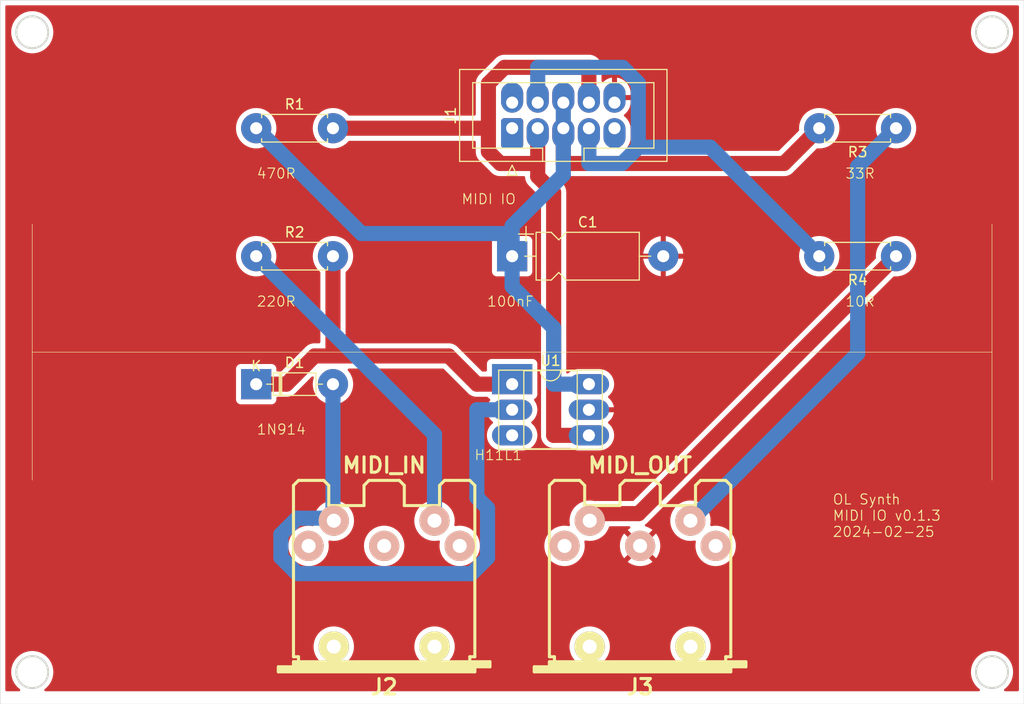
<source format=kicad_pcb>
(kicad_pcb (version 20221018) (generator pcbnew)
  (layers (0 "F.Cu" signal) (31 "B.Cu" signal) (34 "B.Paste" user) (35 "F.Paste" user) (36 "B.SilkS" user "B.Silkscreen") (37 "F.SilkS" user "F.Silkscreen") (38 "B.Mask" user) (39 "F.Mask" user) (44 "Edge.Cuts" user))
  (net 0 "")
  (net 1 "+3.3V")
  (net 2 "GND")
  (net 3 "Net-(D1-K)")
  (net 4 "Net-(D1-A)")
  (net 6 "Net-(J1-Pin_3)")
  (net 9 "Net-(J2-Pad4)")
  (net 13 "Net-(J3-Pad4)")
  (net 15 "Net-(J1-Pin_4)")
  (net 16 "Net-(J3-Pad5)")
  (footprint "Connector_IDC:IDC-Header_2x05_P2.54mm_Vertical" (layer "F.Cu") (at 50.8 12.7 90)
    (fp_text reference "J1" (at 1.27 -6.1 90) (layer "F.SilkS"))
    (fp_text value "MIDI_IO_HEADER")
    (fp_line (start -4.68 -0.5) (end -4.68 0.5) (stroke (width 0.12)) (layer "F.SilkS"))
    (fp_line (start -4.68 0.5) (end -3.68 0) (stroke (width 0.12)) (layer "F.SilkS"))
    (fp_line (start -3.68 0) (end -4.68 -0.5) (stroke (width 0.12)) (layer "F.SilkS"))
    (fp_line (start -3.29 -5.21) (end 5.83 -5.21) (stroke (width 0.12)) (layer "F.SilkS"))
    (fp_line (start -3.29 3.03) (end -1.98 3.03) (stroke (width 0.12)) (layer "F.SilkS"))
    (fp_line (start -3.29 15.37) (end -3.29 -5.21) (stroke (width 0.12)) (layer "F.SilkS"))
    (fp_line (start -1.98 -3.91) (end 4.52 -3.91) (stroke (width 0.12)) (layer "F.SilkS"))
    (fp_line (start -1.98 3.03) (end -1.98 -3.91) (stroke (width 0.12)) (layer "F.SilkS"))
    (fp_line (start -1.98 7.13) (end -3.29 7.13) (stroke (width 0.12)) (layer "F.SilkS"))
    (fp_line (start -1.98 7.13) (end -1.98 7.13) (stroke (width 0.12)) (layer "F.SilkS"))
    (fp_line (start -1.98 14.07) (end -1.98 7.13) (stroke (width 0.12)) (layer "F.SilkS"))
    (fp_line (start 4.52 -3.91) (end 4.52 14.07) (stroke (width 0.12)) (layer "F.SilkS"))
    (fp_line (start 4.52 14.07) (end -1.98 14.07) (stroke (width 0.12)) (layer "F.SilkS"))
    (fp_line (start 5.83 -5.21) (end 5.83 15.37) (stroke (width 0.12)) (layer "F.SilkS"))
    (fp_line (start 5.83 15.37) (end -3.29 15.37) (stroke (width 0.12)) (layer "F.SilkS"))
    (pad "1" thru_hole roundrect (at 0 0 90) (size 3 2.2) (drill 1.2 (offset -0.5 0)) (layers "*.Cu" "*.Mask") (roundrect_rratio 0.1470586364) (net 2 "GND"))
    (pad "2" thru_hole oval (at 2.54 0 90) (size 3 2.2) (drill 1.2 (offset 0.5 0)) (layers "*.Cu" "*.Mask"))
    (pad "3" thru_hole oval (at 0 2.54 90) (size 3 2.2) (drill 1.2 (offset -0.5 0)) (layers "*.Cu" "*.Mask") (net 6 "Net-(J1-Pin_3)"))
    (pad "4" thru_hole oval (at 2.54 2.54 90) (size 3 2.2) (drill 1.2 (offset 0.5 0)) (layers "*.Cu" "*.Mask") (net 15 "Net-(J1-Pin_4)"))
    (pad "5" thru_hole oval (at 0 5.08 90) (size 3 2.2) (drill 1.2 (offset -0.5 0)) (layers "*.Cu" "*.Mask") (net 1 "+3.3V"))
    (pad "6" thru_hole oval (at 2.54 5.08 90) (size 3 2.2) (drill 1.2 (offset 0.5 0)) (layers "*.Cu" "*.Mask") (net 1 "+3.3V"))
    (pad "7" thru_hole oval (at 0 7.62 90) (size 3 2.2) (drill 1.2 (offset -0.5 0)) (layers "*.Cu" "*.Mask") (net 15 "Net-(J1-Pin_4)"))
    (pad "8" thru_hole oval (at 2.54 7.62 90) (size 3 2.2) (drill 1.2 (offset 0.5 0)) (layers "*.Cu" "*.Mask") (net 6 "Net-(J1-Pin_3)"))
    (pad "9" thru_hole oval (at 0 10.16 90) (size 3 2.2) (drill 1.2 (offset -0.5 0)) (layers "*.Cu" "*.Mask"))
    (pad "10" thru_hole oval (at 2.54 10.16 90) (size 3 2.2) (drill 1.2 (offset 0.5 0)) (layers "*.Cu" "*.Mask") (net 2 "GND"))
  )
  (footprint "OL Library:MIDI_DIN5" (layer "F.Cu") (at 38.1 57.15)
    (fp_text reference "J2" (at 0 11.00074) (layer "F.SilkS") (effects (font (size 1.524 1.524) (thickness 0.3048))))
    (fp_text value "MIDI_IN" (at 0 -11.00074) (layer "F.SilkS") (effects (font (size 1.524 1.524) (thickness 0.3048))))
    (fp_line (start -10.50036 8.99922) (end -8.99922 8.99922) (stroke (width 0.3048)) (layer "F.SilkS"))
    (fp_line (start -10.50036 9.25068) (end 8.99922 9.25068) (stroke (width 0.3048)) (layer "F.SilkS"))
    (fp_line (start -10.50036 9.4996) (end -10.50036 8.99922) (stroke (width 0.3048)) (layer "F.SilkS"))
    (fp_line (start -8.99922 -8.99922) (end -8.99922 8.001) (stroke (width 0.3048)) (layer "F.SilkS"))
    (fp_line (start -8.99922 -8.99922) (end -8.49884 -9.4996) (stroke (width 0.3048)) (layer "F.SilkS"))
    (fp_line (start -8.99922 8.001) (end -8.49884 8.001) (stroke (width 0.3048)) (layer "F.SilkS"))
    (fp_line (start -8.99922 8.49884) (end 10.50036 8.49884) (stroke (width 0.3048)) (layer "F.SilkS"))
    (fp_line (start -8.99922 8.7503) (end 10.50036 8.7503) (stroke (width 0.3048)) (layer "F.SilkS"))
    (fp_line (start -8.99922 8.99922) (end -8.99922 8.49884) (stroke (width 0.3048)) (layer "F.SilkS"))
    (fp_line (start -8.49884 -9.4996) (end -5.99948 -9.4996) (stroke (width 0.3048)) (layer "F.SilkS"))
    (fp_line (start -8.49884 8.001) (end -8.49884 8.49884) (stroke (width 0.3048)) (layer "F.SilkS"))
    (fp_line (start -5.99948 -9.4996) (end -5.4991 -8.99922) (stroke (width 0.3048)) (layer "F.SilkS"))
    (fp_line (start -5.4991 -8.99922) (end -5.4991 -7.00024) (stroke (width 0.3048)) (layer "F.SilkS"))
    (fp_line (start -5.4991 -7.00024) (end -1.99898 -7.00024) (stroke (width 0.3048)) (layer "F.SilkS"))
    (fp_line (start -1.99898 -8.99922) (end -1.99898 -7.00024) (stroke (width 0.3048)) (layer "F.SilkS"))
    (fp_line (start -1.50114 -9.4996) (end -1.99898 -8.99922) (stroke (width 0.3048)) (layer "F.SilkS"))
    (fp_line (start -1.50114 -9.4996) (end 1.50114 -9.4996) (stroke (width 0.3048)) (layer "F.SilkS"))
    (fp_line (start 1.50114 -9.4996) (end 1.99898 -8.99922) (stroke (width 0.3048)) (layer "F.SilkS"))
    (fp_line (start 1.99898 -8.99922) (end 1.99898 -7.00024) (stroke (width 0.3048)) (layer "F.SilkS"))
    (fp_line (start 5.4991 -8.99922) (end 5.4991 -7.00024) (stroke (width 0.3048)) (layer "F.SilkS"))
    (fp_line (start 5.4991 -7.00024) (end 1.99898 -7.00024) (stroke (width 0.3048)) (layer "F.SilkS"))
    (fp_line (start 5.99948 -9.4996) (end 5.4991 -8.99922) (stroke (width 0.3048)) (layer "F.SilkS"))
    (fp_line (start 6.49986 -9.4996) (end 5.99948 -9.4996) (stroke (width 0.3048)) (layer "F.SilkS"))
    (fp_line (start 8.49884 -9.4996) (end 6.49986 -9.4996) (stroke (width 0.3048)) (layer "F.SilkS"))
    (fp_line (start 8.49884 8.49884) (end 8.49884 8.001) (stroke (width 0.3048)) (layer "F.SilkS"))
    (fp_line (start 8.99922 -8.99922) (end 8.49884 -9.4996) (stroke (width 0.3048)) (layer "F.SilkS"))
    (fp_line (start 8.99922 -8.99922) (end 8.99922 8.001) (stroke (width 0.3048)) (layer "F.SilkS"))
    (fp_line (start 8.99922 8.001) (end 8.49884 8.001) (stroke (width 0.3048)) (layer "F.SilkS"))
    (fp_line (start 8.99922 8.99922) (end -8.99922 8.99922) (stroke (width 0.3048)) (layer "F.SilkS"))
    (fp_line (start 8.99922 8.99922) (end 8.99922 9.4996) (stroke (width 0.3048)) (layer "F.SilkS"))
    (fp_line (start 8.99922 9.4996) (end -10.50036 9.4996) (stroke (width 0.3048)) (layer "F.SilkS"))
    (fp_line (start 10.50036 8.49884) (end 10.50036 8.99922) (stroke (width 0.3048)) (layer "F.SilkS"))
    (fp_line (start 10.50036 8.99922) (end 8.99922 8.99922) (stroke (width 0.3048)) (layer "F.SilkS"))
    (pad "" np_thru_hole circle (at -5.00126 6.9977) (size 3 3) (drill 1.397) (layers "F&B.Cu" "*.Mask" "F.SilkS"))
    (pad "" np_thru_hole circle (at 5.00126 6.9977) (size 3 3) (drill 1.397) (layers "F&B.Cu" "*.Mask" "F.SilkS"))
    (pad "1" thru_hole circle (at 7.49808 -2.9972) (size 3 3) (drill 1.397) (layers "*.Cu" "*.SilkS" "*.Mask"))
    (pad "2" thru_hole circle (at 0 -2.99974) (size 3 3) (drill 1.397) (layers "*.Cu" "*.SilkS" "*.Mask"))
    (pad "3" thru_hole circle (at -7.49808 -2.9972) (size 3 3) (drill 1.397) (layers "*.Cu" "*.SilkS" "*.Mask"))
    (pad "4" thru_hole circle (at 4.99618 -5.4991) (size 3 3) (drill 1.397) (layers "*.Cu" "*.SilkS" "*.Mask") (net 9 "Net-(J2-Pad4)"))
    (pad "5" thru_hole circle (at -4.99618 -5.4991) (size 3 3) (drill 1.397) (layers "*.Cu" "*.SilkS" "*.Mask") (net 4 "Net-(D1-A)"))
  )
  (footprint "OL Library:MIDI_DIN5" (layer "F.Cu") (at 63.5 57.15)
    (fp_text reference "J3" (at 0 11.00074) (layer "F.SilkS") (effects (font (size 1.524 1.524) (thickness 0.3048))))
    (fp_text value "MIDI_OUT" (at 0 -11.00074) (layer "F.SilkS") (effects (font (size 1.524 1.524) (thickness 0.3048))))
    (fp_line (start -10.50036 8.99922) (end -8.99922 8.99922) (stroke (width 0.3048)) (layer "F.SilkS"))
    (fp_line (start -10.50036 9.25068) (end 8.99922 9.25068) (stroke (width 0.3048)) (layer "F.SilkS"))
    (fp_line (start -10.50036 9.4996) (end -10.50036 8.99922) (stroke (width 0.3048)) (layer "F.SilkS"))
    (fp_line (start -8.99922 -8.99922) (end -8.99922 8.001) (stroke (width 0.3048)) (layer "F.SilkS"))
    (fp_line (start -8.99922 -8.99922) (end -8.49884 -9.4996) (stroke (width 0.3048)) (layer "F.SilkS"))
    (fp_line (start -8.99922 8.001) (end -8.49884 8.001) (stroke (width 0.3048)) (layer "F.SilkS"))
    (fp_line (start -8.99922 8.49884) (end 10.50036 8.49884) (stroke (width 0.3048)) (layer "F.SilkS"))
    (fp_line (start -8.99922 8.7503) (end 10.50036 8.7503) (stroke (width 0.3048)) (layer "F.SilkS"))
    (fp_line (start -8.99922 8.99922) (end -8.99922 8.49884) (stroke (width 0.3048)) (layer "F.SilkS"))
    (fp_line (start -8.49884 -9.4996) (end -5.99948 -9.4996) (stroke (width 0.3048)) (layer "F.SilkS"))
    (fp_line (start -8.49884 8.001) (end -8.49884 8.49884) (stroke (width 0.3048)) (layer "F.SilkS"))
    (fp_line (start -5.99948 -9.4996) (end -5.4991 -8.99922) (stroke (width 0.3048)) (layer "F.SilkS"))
    (fp_line (start -5.4991 -8.99922) (end -5.4991 -7.00024) (stroke (width 0.3048)) (layer "F.SilkS"))
    (fp_line (start -5.4991 -7.00024) (end -1.99898 -7.00024) (stroke (width 0.3048)) (layer "F.SilkS"))
    (fp_line (start -1.99898 -8.99922) (end -1.99898 -7.00024) (stroke (width 0.3048)) (layer "F.SilkS"))
    (fp_line (start -1.50114 -9.4996) (end -1.99898 -8.99922) (stroke (width 0.3048)) (layer "F.SilkS"))
    (fp_line (start -1.50114 -9.4996) (end 1.50114 -9.4996) (stroke (width 0.3048)) (layer "F.SilkS"))
    (fp_line (start 1.50114 -9.4996) (end 1.99898 -8.99922) (stroke (width 0.3048)) (layer "F.SilkS"))
    (fp_line (start 1.99898 -8.99922) (end 1.99898 -7.00024) (stroke (width 0.3048)) (layer "F.SilkS"))
    (fp_line (start 5.4991 -8.99922) (end 5.4991 -7.00024) (stroke (width 0.3048)) (layer "F.SilkS"))
    (fp_line (start 5.4991 -7.00024) (end 1.99898 -7.00024) (stroke (width 0.3048)) (layer "F.SilkS"))
    (fp_line (start 5.99948 -9.4996) (end 5.4991 -8.99922) (stroke (width 0.3048)) (layer "F.SilkS"))
    (fp_line (start 6.49986 -9.4996) (end 5.99948 -9.4996) (stroke (width 0.3048)) (layer "F.SilkS"))
    (fp_line (start 8.49884 -9.4996) (end 6.49986 -9.4996) (stroke (width 0.3048)) (layer "F.SilkS"))
    (fp_line (start 8.49884 8.49884) (end 8.49884 8.001) (stroke (width 0.3048)) (layer "F.SilkS"))
    (fp_line (start 8.99922 -8.99922) (end 8.49884 -9.4996) (stroke (width 0.3048)) (layer "F.SilkS"))
    (fp_line (start 8.99922 -8.99922) (end 8.99922 8.001) (stroke (width 0.3048)) (layer "F.SilkS"))
    (fp_line (start 8.99922 8.001) (end 8.49884 8.001) (stroke (width 0.3048)) (layer "F.SilkS"))
    (fp_line (start 8.99922 8.99922) (end -8.99922 8.99922) (stroke (width 0.3048)) (layer "F.SilkS"))
    (fp_line (start 8.99922 8.99922) (end 8.99922 9.4996) (stroke (width 0.3048)) (layer "F.SilkS"))
    (fp_line (start 8.99922 9.4996) (end -10.50036 9.4996) (stroke (width 0.3048)) (layer "F.SilkS"))
    (fp_line (start 10.50036 8.49884) (end 10.50036 8.99922) (stroke (width 0.3048)) (layer "F.SilkS"))
    (fp_line (start 10.50036 8.99922) (end 8.99922 8.99922) (stroke (width 0.3048)) (layer "F.SilkS"))
    (pad "" np_thru_hole circle (at -5.00126 6.9977) (size 3 3) (drill 1.397) (layers "F&B.Cu" "*.Mask" "F.SilkS"))
    (pad "" np_thru_hole circle (at 5.00126 6.9977) (size 3 3) (drill 1.397) (layers "F&B.Cu" "*.Mask" "F.SilkS"))
    (pad "1" thru_hole circle (at 7.49808 -2.9972) (size 3 3) (drill 1.397) (layers "*.Cu" "*.SilkS" "*.Mask"))
    (pad "2" thru_hole circle (at 0 -2.99974) (size 3 3) (drill 1.397) (layers "*.Cu" "*.SilkS" "*.Mask") (net 2 "GND"))
    (pad "3" thru_hole circle (at -7.49808 -2.9972) (size 3 3) (drill 1.397) (layers "*.Cu" "*.SilkS" "*.Mask"))
    (pad "4" thru_hole circle (at 4.99618 -5.4991) (size 3 3) (drill 1.397) (layers "*.Cu" "*.SilkS" "*.Mask") (net 13 "Net-(J3-Pad4)"))
    (pad "5" thru_hole circle (at -4.99618 -5.4991) (size 3 3) (drill 1.397) (layers "*.Cu" "*.SilkS" "*.Mask") (net 16 "Net-(J3-Pad5)"))
  )
  (footprint "OL Library:DIP-6_W7.62mm_Socket" (layer "F.Cu") (at 50.8 38.1)
    (fp_text reference "U1" (at 3.81 -2.33) (layer "F.SilkS"))
    (fp_text value "H11L1")
    (fp_line (start -1.33 -1.39) (end -1.33 6.47) (stroke (width 0.12)) (layer "F.SilkS"))
    (fp_line (start -1.33 6.47) (end 8.95 6.47) (stroke (width 0.12)) (layer "F.SilkS"))
    (fp_line (start 1.16 -1.33) (end 1.16 6.41) (stroke (width 0.12)) (layer "F.SilkS"))
    (fp_line (start 1.16 6.41) (end 6.46 6.41) (stroke (width 0.12)) (layer "F.SilkS"))
    (fp_line (start 2.81 -1.33) (end 1.16 -1.33) (stroke (width 0.12)) (layer "F.SilkS"))
    (fp_line (start 6.46 -1.33) (end 4.81 -1.33) (stroke (width 0.12)) (layer "F.SilkS"))
    (fp_line (start 6.46 6.41) (end 6.46 -1.33) (stroke (width 0.12)) (layer "F.SilkS"))
    (fp_line (start 8.95 -1.39) (end -1.33 -1.39) (stroke (width 0.12)) (layer "F.SilkS"))
    (fp_line (start 8.95 6.47) (end 8.95 -1.39) (stroke (width 0.12)) (layer "F.SilkS"))
    (fp_arc (start 4.81 -1.33) (mid 3.81 -0.33) (end 2.81 -1.33) (stroke (width 0.12)) (layer "F.SilkS"))
    (pad "1" thru_hole rect (at 0 0) (size 4 3) (drill 1.2 (offset 0 -0.5)) (layers "*.Cu" "*.Mask") (net 3 "Net-(D1-K)"))
    (pad "2" thru_hole oval (at 0 2.54) (size 4 2) (drill 1.2) (layers "*.Cu" "*.Mask") (net 4 "Net-(D1-A)"))
    (pad "3" thru_hole oval (at 0 5.08) (size 4 2) (drill 1.2) (layers "*.Cu" "*.Mask"))
    (pad "4" thru_hole oval (at 7.62 5.08) (size 4 2) (drill 1.2) (layers "*.Cu" "*.Mask") (net 6 "Net-(J1-Pin_3)"))
    (pad "5" thru_hole oval (at 7.62 2.54) (size 4 2) (drill 1.2) (layers "*.Cu" "*.Mask") (net 2 "GND"))
    (pad "6" thru_hole oval (at 7.62 0) (size 4 2) (drill 1.2) (layers "*.Cu" "*.Mask") (net 1 "+3.3V"))
  )
  (footprint "OL Library:R_Axial_DIN0207_L6.3mm_D2.5mm_P7.62mm_Horizontal" (layer "F.Cu") (at 25.4 12.7)
    (fp_text reference "R1" (at 3.81 -2.37) (layer "F.SilkS"))
    (fp_text value "470R")
    (fp_line (start 0.54 -1.37) (end 7.08 -1.37) (stroke (width 0.12)) (layer "F.SilkS"))
    (fp_line (start 0.54 -1.04) (end 0.54 -1.37) (stroke (width 0.12)) (layer "F.SilkS"))
    (fp_line (start 0.54 1.04) (end 0.54 1.37) (stroke (width 0.12)) (layer "F.SilkS"))
    (fp_line (start 0.54 1.37) (end 7.08 1.37) (stroke (width 0.12)) (layer "F.SilkS"))
    (fp_line (start 7.08 -1.37) (end 7.08 -1.04) (stroke (width 0.12)) (layer "F.SilkS"))
    (fp_line (start 7.08 1.37) (end 7.08 1.04) (stroke (width 0.12)) (layer "F.SilkS"))
    (pad "1" thru_hole circle (at 0 0) (size 3 3) (drill 1.2) (layers "*.Cu" "*.Mask") (net 1 "+3.3V"))
    (pad "2" thru_hole circle (at 7.62 0) (size 3 3) (drill 1.2) (layers "*.Cu" "*.Mask") (net 6 "Net-(J1-Pin_3)"))
  )
  (footprint "OL Library:OL-D_DO-35_SOD27_P7.62mm_Horizontal" (layer "F.Cu") (at 25.4 38.1)
    (fp_text reference "D1" (at 3.81 -2.12) (layer "F.SilkS"))
    (fp_text value "1N914")
    (fp_text user "K" (at 0 -1.8) (layer "F.SilkS"))
    (fp_line (start 1.04 0) (end 1.69 0) (stroke (width 0.12)) (layer "F.SilkS"))
    (fp_line (start 1.69 -1.12) (end 1.69 1.12) (stroke (width 0.12)) (layer "F.SilkS"))
    (fp_line (start 1.69 1.12) (end 5.93 1.12) (stroke (width 0.12)) (layer "F.SilkS"))
    (fp_line (start 2.29 -1.12) (end 2.29 1.12) (stroke (width 0.12)) (layer "F.SilkS"))
    (fp_line (start 2.41 -1.12) (end 2.41 1.12) (stroke (width 0.12)) (layer "F.SilkS"))
    (fp_line (start 2.53 -1.12) (end 2.53 1.12) (stroke (width 0.12)) (layer "F.SilkS"))
    (fp_line (start 5.93 -1.12) (end 1.69 -1.12) (stroke (width 0.12)) (layer "F.SilkS"))
    (fp_line (start 5.93 1.12) (end 5.93 -1.12) (stroke (width 0.12)) (layer "F.SilkS"))
    (fp_line (start 6.58 0) (end 5.93 0) (stroke (width 0.12)) (layer "F.SilkS"))
    (pad "1" thru_hole rect (at 0 0) (size 3 3) (drill 1.2) (layers "*.Cu" "*.Mask") (net 3 "Net-(D1-K)"))
    (pad "2" thru_hole oval (at 7.62 0) (size 3 3) (drill 1.2) (layers "*.Cu" "*.Mask") (net 4 "Net-(D1-A)"))
  )
  (footprint "OL Library:R_Axial_DIN0207_L6.3mm_D2.5mm_P7.62mm_Horizontal" (layer "F.Cu") (at 88.9 12.7 180)
    (fp_text reference "R3" (at 3.81 -2.37 180) (layer "F.SilkS"))
    (fp_text value "33R")
    (fp_line (start 0.54 -1.37) (end 7.08 -1.37) (stroke (width 0.12)) (layer "F.SilkS"))
    (fp_line (start 0.54 -1.04) (end 0.54 -1.37) (stroke (width 0.12)) (layer "F.SilkS"))
    (fp_line (start 0.54 1.04) (end 0.54 1.37) (stroke (width 0.12)) (layer "F.SilkS"))
    (fp_line (start 0.54 1.37) (end 7.08 1.37) (stroke (width 0.12)) (layer "F.SilkS"))
    (fp_line (start 7.08 -1.37) (end 7.08 -1.04) (stroke (width 0.12)) (layer "F.SilkS"))
    (fp_line (start 7.08 1.37) (end 7.08 1.04) (stroke (width 0.12)) (layer "F.SilkS"))
    (pad "1" thru_hole circle (at 0 0 180) (size 3 3) (drill 1.2) (layers "*.Cu" "*.Mask") (net 13 "Net-(J3-Pad4)"))
    (pad "2" thru_hole circle (at 7.62 0 180) (size 3 3) (drill 1.2) (layers "*.Cu" "*.Mask") (net 1 "+3.3V"))
  )
  (footprint "OL Library:R_Axial_DIN0207_L6.3mm_D2.5mm_P7.62mm_Horizontal" (layer "F.Cu") (at 25.4 25.4)
    (fp_text reference "R2" (at 3.81 -2.37) (layer "F.SilkS"))
    (fp_text value "220R")
    (fp_line (start 0.54 -1.37) (end 7.08 -1.37) (stroke (width 0.12)) (layer "F.SilkS"))
    (fp_line (start 0.54 -1.04) (end 0.54 -1.37) (stroke (width 0.12)) (layer "F.SilkS"))
    (fp_line (start 0.54 1.04) (end 0.54 1.37) (stroke (width 0.12)) (layer "F.SilkS"))
    (fp_line (start 0.54 1.37) (end 7.08 1.37) (stroke (width 0.12)) (layer "F.SilkS"))
    (fp_line (start 7.08 -1.37) (end 7.08 -1.04) (stroke (width 0.12)) (layer "F.SilkS"))
    (fp_line (start 7.08 1.37) (end 7.08 1.04) (stroke (width 0.12)) (layer "F.SilkS"))
    (pad "1" thru_hole circle (at 0 0) (size 3 3) (drill 1.2) (layers "*.Cu" "*.Mask") (net 9 "Net-(J2-Pad4)"))
    (pad "2" thru_hole circle (at 7.62 0) (size 3 3) (drill 1.2) (layers "*.Cu" "*.Mask") (net 3 "Net-(D1-K)"))
  )
  (footprint "OL Library:R_Axial_DIN0207_L6.3mm_D2.5mm_P7.62mm_Horizontal" (layer "F.Cu") (at 88.9 25.4 180)
    (fp_text reference "R4" (at 3.81 -2.37 180) (layer "F.SilkS"))
    (fp_text value "10R")
    (fp_line (start 0.54 -1.37) (end 7.08 -1.37) (stroke (width 0.12)) (layer "F.SilkS"))
    (fp_line (start 0.54 -1.04) (end 0.54 -1.37) (stroke (width 0.12)) (layer "F.SilkS"))
    (fp_line (start 0.54 1.04) (end 0.54 1.37) (stroke (width 0.12)) (layer "F.SilkS"))
    (fp_line (start 0.54 1.37) (end 7.08 1.37) (stroke (width 0.12)) (layer "F.SilkS"))
    (fp_line (start 7.08 -1.37) (end 7.08 -1.04) (stroke (width 0.12)) (layer "F.SilkS"))
    (fp_line (start 7.08 1.37) (end 7.08 1.04) (stroke (width 0.12)) (layer "F.SilkS"))
    (pad "1" thru_hole circle (at 0 0 180) (size 3 3) (drill 1.2) (layers "*.Cu" "*.Mask") (net 16 "Net-(J3-Pad5)"))
    (pad "2" thru_hole circle (at 7.62 0 180) (size 3 3) (drill 1.2) (layers "*.Cu" "*.Mask") (net 15 "Net-(J1-Pin_4)"))
  )
  (footprint "OL Library:OL CP_Axial_L10.0mm_D4.5mm_P15.00mm_Horizontal" (layer "F.Cu") (at 50.8 25.4)
    (fp_text reference "C1" (at 7.5 -3.37) (layer "F.SilkS"))
    (fp_text value "100nF")
    (fp_line (start 0.63 -2.2) (end 2.13 -2.2) (stroke (width 0.12)) (layer "F.SilkS"))
    (fp_line (start 1.24 0) (end 2.38 0) (stroke (width 0.12)) (layer "F.SilkS"))
    (fp_line (start 1.38 -2.95) (end 1.38 -1.45) (stroke (width 0.12)) (layer "F.SilkS"))
    (fp_line (start 2.38 -2.37) (end 2.38 2.37) (stroke (width 0.12)) (layer "F.SilkS"))
    (fp_line (start 2.38 -2.37) (end 3.88 -2.37) (stroke (width 0.12)) (layer "F.SilkS"))
    (fp_line (start 2.38 2.37) (end 3.88 2.37) (stroke (width 0.12)) (layer "F.SilkS"))
    (fp_line (start 3.88 -2.37) (end 4.63 -1.62) (stroke (width 0.12)) (layer "F.SilkS"))
    (fp_line (start 3.88 2.37) (end 4.63 1.62) (stroke (width 0.12)) (layer "F.SilkS"))
    (fp_line (start 4.63 -1.62) (end 5.38 -2.37) (stroke (width 0.12)) (layer "F.SilkS"))
    (fp_line (start 4.63 1.62) (end 5.38 2.37) (stroke (width 0.12)) (layer "F.SilkS"))
    (fp_line (start 5.38 -2.37) (end 12.62 -2.37) (stroke (width 0.12)) (layer "F.SilkS"))
    (fp_line (start 5.38 2.37) (end 12.62 2.37) (stroke (width 0.12)) (layer "F.SilkS"))
    (fp_line (start 12.62 -2.37) (end 12.62 2.37) (stroke (width 0.12)) (layer "F.SilkS"))
    (fp_line (start 13.76 0) (end 12.62 0) (stroke (width 0.12)) (layer "F.SilkS"))
    (pad "1" thru_hole rect (at 0 0) (size 3 3) (drill 1.2) (layers "*.Cu" "*.Mask") (net 1 "+3.3V"))
    (pad "2" thru_hole oval (at 15 0) (size 3 3) (drill 1.2) (layers "*.Cu" "*.Mask") (net 2 "GND"))
  )
  (gr_line (start 3.175 22.225) (end 3.175 47.625) (stroke (width 0.05)) (layer "F.SilkS"))
  (gr_line (start 3.175 34.925) (end 98.425 34.925) (stroke (width 0.05)) (layer "F.SilkS"))
  (gr_line (start 98.425 22.225) (end 98.425 47.625) (stroke (width 0.05)) (layer "F.SilkS"))
  (gr_circle (center 98.425 3.175) (end 100.0125 3.175) (stroke (width 0.2)) (fill none) (layer "Edge.Cuts"))
  (gr_circle (center 98.425 66.675) (end 100.0125 66.675) (stroke (width 0.2)) (fill none) (layer "Edge.Cuts"))
  (gr_circle (center 3.175 66.675) (end 4.7625 66.675) (stroke (width 0.2)) (fill none) (layer "Edge.Cuts"))
  (gr_circle (center 3.175 3.175) (end 4.7625 3.175) (stroke (width 0.2)) (fill none) (layer "Edge.Cuts"))
  (gr_rect locked (start 0 0) (end 101.6 69.85) (stroke (width 0.05)) (fill none) (layer "Edge.Cuts"))
  (gr_text "470R" (at 25.4 17.78) (layer "F.SilkS") (effects (font (size 1 1) (thickness 0.1)) (justify left bottom)))
  (gr_text "MIDI IO" (at 45.72 20.32) (layer "F.SilkS") (effects (font (size 1 1) (thickness 0.1)) (justify left bottom)))
  (gr_text "100nF" (at 48.26 30.48) (layer "F.SilkS") (effects (font (size 1 1) (thickness 0.1)) (justify left bottom)))
  (gr_text "OL Synth\nMIDI IO v0.1.3\n2024-02-25" (at 82.56 53.34) (layer "F.SilkS") (effects (font (size 1 1) (thickness 0.1)) (justify left bottom)))
  (gr_text "H11L1" (at 47 45.72) (layer "F.SilkS") (effects (font (size 1 1) (thickness 0.1)) (justify left bottom)))
  (gr_text "10R" (at 83.82 30.48) (layer "F.SilkS") (effects (font (size 1 1) (thickness 0.1)) (justify left bottom)))
  (gr_text "33R" (at 83.82 17.78) (layer "F.SilkS") (effects (font (size 1 1) (thickness 0.1)) (justify left bottom)))
  (gr_text "1N914" (at 25.4 43.18) (layer "F.SilkS") (effects (font (size 1 1) (thickness 0.1)) (justify left bottom)))
  (gr_text "220R" (at 25.4 30.48) (layer "F.SilkS") (effects (font (size 1 1) (thickness 0.1)) (justify left bottom)))
  (segment (start 77.78 16.2) (end 55.88 16.2) (width 1.5) (layer "F.Cu") (net 1))
  (segment (start 81.28 12.7) (end 77.78 16.2) (width 1.5) (layer "F.Cu") (net 1))
  (segment (start 55.88 12.7) (end 55.88 16.2) (width 1.5) (layer "F.Cu") (net 1))
  (segment (start 58.42 38.1) (end 54.92 38.1) (width 1.5) (layer "B.Cu") (net 1))
  (segment (start 25.4 12.7) (end 35.85 23.15) (width 1.5) (layer "B.Cu") (net 1))
  (segment (start 54.92 32.52) (end 54.92 38.1) (width 1.5) (layer "B.Cu") (net 1))
  (segment (start 50.8 25.4) (end 50.8 28.4) (width 1.5) (layer "B.Cu") (net 1))
  (segment (start 50.8 28.4) (end 54.92 32.52) (width 1.5) (layer "B.Cu") (net 1))
  (segment (start 50.8 23.15) (end 50.8 25.4) (width 1.5) (layer "B.Cu") (net 1))
  (segment (start 55.88 17.32) (end 50.8 22.4) (width 1.5) (layer "B.Cu") (net 1))
  (segment (start 35.85 23.15) (end 50.8 23.15) (width 1.5) (layer "B.Cu") (net 1))
  (segment (start 55.88 10.16) (end 55.88 12.7) (width 1.5) (layer "B.Cu") (net 1))
  (segment (start 55.88 12.7) (end 55.88 17.32) (width 1.5) (layer "B.Cu") (net 1))
  (segment (start 50.8 23.15) (end 50.8 22.4) (width 1.5) (layer "B.Cu") (net 1))
  (segment (start 33.02 25.4) (end 33.02 35.3005) (width 1.5) (layer "F.Cu") (net 3))
  (segment (start 33.02 35.3005) (end 44.5005 35.3005) (width 1.5) (layer "F.Cu") (net 3))
  (segment (start 50.8 38.1) (end 47.3 38.1) (width 1.5) (layer "F.Cu") (net 3))
  (segment (start 28.4 38.1) (end 31.1995 35.3005) (width 1.5) (layer "F.Cu") (net 3))
  (segment (start 31.1995 35.3005) (end 33.02 35.3005) (width 1.5) (layer "F.Cu") (net 3))
  (segment (start 25.4 38.1) (end 28.4 38.1) (width 1.5) (layer "F.Cu") (net 3))
  (segment (start 44.5005 35.3005) (end 47.3 38.1) (width 1.5) (layer "F.Cu") (net 3))
  (segment (start 33.02 51.2347) (end 32.8538 51.4009) (width 1.5) (layer "B.Cu") (net 4))
  (segment (start 47.3 49.3405) (end 48.3596 50.4001) (width 1.5) (layer "B.Cu") (net 4))
  (segment (start 50.8 40.64) (end 47.3 40.64) (width 1.5) (layer "B.Cu") (net 4))
  (segment (start 32.8538 51.4009) (end 33.1038 51.6509) (width 1.5) (layer "B.Cu") (net 4))
  (segment (start 47.3 40.64) (end 47.3 49.3405) (width 1.5) (layer "B.Cu") (net 4))
  (segment (start 33.02 38.1) (end 33.02 51.2347) (width 1.5) (layer "B.Cu") (net 4))
  (segment (start 27.85 55.2926) (end 27.85 53.013) (width 1.5) (layer "B.Cu") (net 4))
  (segment (start 29.4622 56.9048) (end 27.85 55.2926) (width 1.5) (layer "B.Cu") (net 4))
  (segment (start 46.777 56.9048) (end 29.4622 56.9048) (width 1.5) (layer "B.Cu") (net 4))
  (segment (start 48.3596 50.4001) (end 48.3596 55.3222) (width 1.5) (layer "B.Cu") (net 4))
  (segment (start 29.4621 51.4009) (end 32.8538 51.4009) (width 1.5) (layer "B.Cu") (net 4))
  (segment (start 48.3596 55.3222) (end 46.777 56.9048) (width 1.5) (layer "B.Cu") (net 4))
  (segment (start 27.85 53.013) (end 29.4621 51.4009) (width 1.5) (layer "B.Cu") (net 4))
  (segment (start 48.4469 12.7) (end 48.4469 15.0282) (width 1.5) (layer "F.Cu") (net 6))
  (segment (start 49.6187 16.2) (end 53.34 16.2) (width 1.5) (layer "F.Cu") (net 6))
  (segment (start 50.0512 6.66) (end 58.42 6.66) (width 1.5) (layer "F.Cu") (net 6))
  (segment (start 58.42 10.16) (end 58.42 6.66) (width 1.5) (layer "F.Cu") (net 6))
  (segment (start 54.92 19.07) (end 54.92 43.18) (width 1.5) (layer "F.Cu") (net 6))
  (segment (start 53.34 17.49) (end 54.92 19.07) (width 1.5) (layer "F.Cu") (net 6))
  (segment (start 48.4469 12.7) (end 33.02 12.7) (width 1.5) (layer "F.Cu") (net 6))
  (segment (start 48.4469 15.0282) (end 49.6187 16.2) (width 1.5) (layer "F.Cu") (net 6))
  (segment (start 48.4469 8.2643) (end 50.0512 6.66) (width 1.5) (layer "F.Cu") (net 6))
  (segment (start 48.4469 12.7) (end 48.4469 8.2643) (width 1.5) (layer "F.Cu") (net 6))
  (segment (start 58.42 43.18) (end 54.92 43.18) (width 1.5) (layer "F.Cu") (net 6))
  (segment (start 53.34 12.7) (end 53.34 16.2) (width 1.5) (layer "F.Cu") (net 6))
  (segment (start 53.34 16.2) (end 53.34 17.49) (width 1.5) (layer "F.Cu") (net 6))
  (segment (start 43.0962 43.0962) (end 43.0962 51.6509) (width 1.5) (layer "B.Cu") (net 9))
  (segment (start 25.4 25.4) (end 43.0962 43.0962) (width 1.5) (layer "B.Cu") (net 9))
  (segment (start 88.9 12.7) (end 85.09 16.51) (width 1.5) (layer "B.Cu") (net 13))
  (segment (start 85.09 16.51) (end 85.09 35.0571) (width 1.5) (layer "B.Cu") (net 13))
  (segment (start 85.09 35.0571) (end 68.4962 51.6509) (width 1.5) (layer "B.Cu") (net 13))
  (segment (start 61.7627 6.66) (end 63.3228 8.2201) (width 1.5) (layer "B.Cu") (net 15))
  (segment (start 53.34 10.16) (end 53.34 6.66) (width 1.5) (layer "B.Cu") (net 15))
  (segment (start 53.34 6.66) (end 61.7627 6.66) (width 1.5) (layer "B.Cu") (net 15))
  (segment (start 61.7042 16.2) (end 58.42 16.2) (width 1.5) (layer "B.Cu") (net 15))
  (segment (start 63.3228 14.5814) (end 61.7042 16.2) (width 1.5) (layer "B.Cu") (net 15))
  (segment (start 63.3228 14.5814) (end 70.4614 14.5814) (width 1.5) (layer "B.Cu") (net 15))
  (segment (start 63.3228 8.2201) (end 63.3228 14.5814) (width 1.5) (layer "B.Cu") (net 15))
  (segment (start 58.42 12.7) (end 58.42 16.2) (width 1.5) (layer "B.Cu") (net 15))
  (segment (start 70.4614 14.5814) (end 81.28 25.4) (width 1.5) (layer "B.Cu") (net 15))
  (segment (start 63.353 50.947) (end 59.2077 50.947) (width 1.5) (layer "F.Cu") (net 16))
  (segment (start 88.9 25.4) (end 63.353 50.947) (width 1.5) (layer "F.Cu") (net 16))
  (segment (start 59.2077 50.947) (end 58.5038 51.6509) (width 1.5) (layer "F.Cu") (net 16))
  (zone (net 2) (net_name "GND") (layer "F.Cu") (connect_pads (clearance 0.5)) (min_thickness 0.25) (fill yes (thermal_gap 0.5) (thermal_bridge_width 0.5))
    (polygon (pts (xy 0 68.58) (xy 0 0) (xy 101.6 0) (xy 101.6 68.58)))
  )
)
</source>
